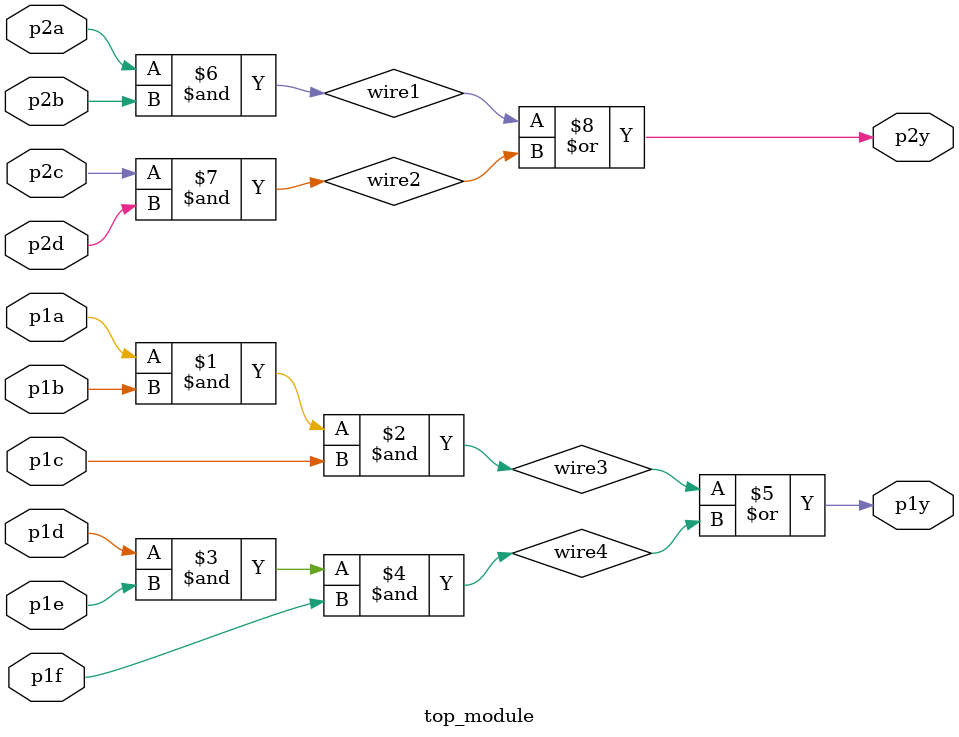
<source format=v>
module top_module ( 
    input p1a, p1b, p1c, p1d, p1e, p1f,
    output p1y,
    input p2a, p2b, p2c, p2d,
    output p2y );

    wire wire1, wire2, wire3, wire4;
    
    assign wire3 = p1a & p1b & p1c;
    assign wire4 = p1d & p1e & p1f;
    assign p1y = wire3 | wire4; 

    assign wire1 = p2a & p2b;
    assign wire2 = p2c & p2d;
    assign p2y = wire1 | wire2;

endmodule

</source>
